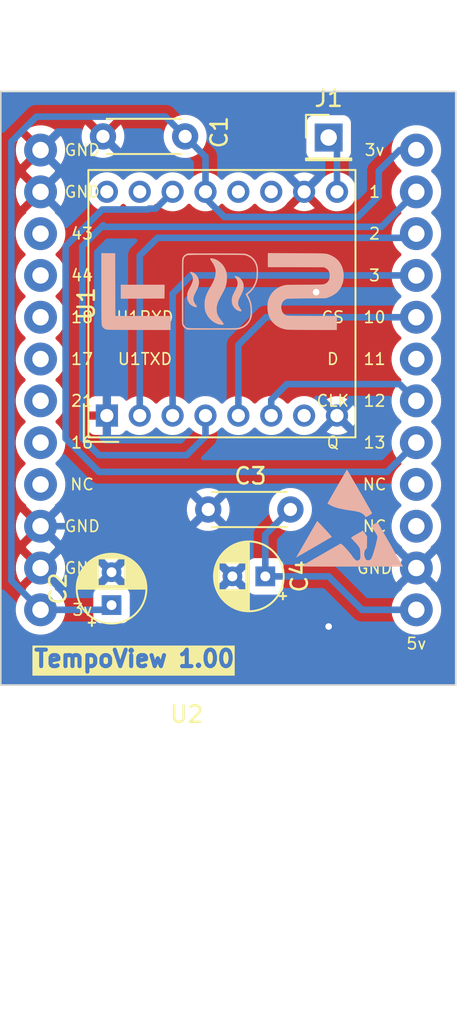
<source format=kicad_pcb>
(kicad_pcb (version 20241229) (generator "pcbnew") (generator_version "9.0")
  (layers (0 "F.Cu" signal) (2 "B.Cu" signal) (13 "F.Paste" user) (15 "B.Paste" user) (5 "F.SilkS" user "F.Silkscreen") (7 "B.SilkS" user "B.Silkscreen") (1 "F.Mask" user) (3 "B.Mask" user) (25 "Edge.Cuts" user))
  (net 0 "")
  (net 1 "+5V")
  (net 2 "GND")
  (net 3 "+3V3")
  (net 5 "SCK")
  (net 6 "DI0")
  (net 7 "MOSI")
  (net 8 "MISO")
  (net 9 "RST")
  (net 10 "SS")
  (net 16 "Net-(J1-Pin_1)")
  (footprint "Capacitor_THT:C_Disc_D4.3mm_W1.9mm_P5.00mm" (layer "F.Cu") (at 171.664 97.536 180)
    (property "Reference" "C3" (at 2.433199 2.032 0) (layer "F.SilkS"))
    (property "Value" "100nF")
    (pad "1" thru_hole circle (at 0 0 180) (size 1.6 1.6) (drill 0.8) (layers "*.Cu" "*.Mask") (net 1 "+5V"))
    (pad "2" thru_hole circle (at 5 0 180) (size 1.6 1.6) (drill 0.8) (layers "*.Cu" "*.Mask") (net 2 "GND"))
  )
  (footprint "T-Display-S3:T-Display-S3" (layer "F.Cu") (at 179.324 108.712)
    (property "Reference" "U2" (at -13.97 1.27 0) (layer "F.SilkS"))
    (property "Value" "T-Display-S3")
    (fp_text user "U1TXD" (at -16.51 -20.32 0) (layer "F.SilkS") (effects (font (size 0.7 0.7) (thickness 0.1))))
    (fp_text user "GND" (at -20.32 -30.48 0) (layer "F.SilkS") (effects (font (size 0.7 0.7) (thickness 0.1))))
    (fp_text user "GND" (at -20.32 -33.02 0) (layer "F.SilkS") (effects (font (size 0.7 0.7) (thickness 0.1))))
    (fp_text user "12" (at -2.54 -17.78 0) (layer "F.SilkS") (effects (font (size 0.7 0.7) (thickness 0.1))))
    (fp_text user "NC" (at -20.334382 -12.7 0) (layer "F.SilkS") (effects (font (size 0.7 0.7) (thickness 0.1))))
    (fp_text user "17" (at -20.334382 -20.32 0) (layer "F.SilkS") (effects (font (size 0.7 0.7) (thickness 0.1))))
    (fp_text user "U1RXD" (at -16.51 -22.86 0) (layer "F.SilkS") (effects (font (size 0.7 0.7) (thickness 0.1))))
    (fp_text user "44" (at -20.334382 -25.4 0) (layer "F.SilkS") (effects (font (size 0.7 0.7) (thickness 0.1))))
    (fp_text user "16" (at -20.334382 -15.24 0) (layer "F.SilkS") (effects (font (size 0.7 0.7) (thickness 0.1))))
    (fp_text user "10" (at -2.54 -22.86 0) (layer "F.SilkS") (effects (font (size 0.7 0.7) (thickness 0.1))))
    (fp_text user "13" (at -2.54 -15.24 0) (layer "F.SilkS") (effects (font (size 0.7 0.7) (thickness 0.1))))
    (fp_text user "43" (at -20.334382 -27.94 0) (layer "F.SilkS") (effects (font (size 0.7 0.7) (thickness 0.1))))
    (fp_text user "3" (at -2.54 -25.4 0) (layer "F.SilkS") (effects (font (size 0.7 0.7) (thickness 0.1))))
    (fp_text user "18" (at -20.334382 -22.86 0) (layer "F.SilkS") (effects (font (size 0.7 0.7) (thickness 0.1))))
    (fp_text user "GND" (at -20.32 -10.16 0) (layer "F.SilkS") (effects (font (size 0.7 0.7) (thickness 0.1))))
    (fp_text user "21" (at -20.334382 -17.78 0) (layer "F.SilkS") (effects (font (size 0.7 0.7) (thickness 0.1))))
    (fp_text user "1" (at -2.54 -30.48 0) (layer "F.SilkS") (effects (font (size 0.7 0.7) (thickness 0.1))))
    (fp_text user "Q" (at -5.08 -15.24 0) (layer "F.SilkS") (effects (font (size 0.7 0.7) (thickness 0.1))))
    (fp_text user "NC" (at -2.54 -12.7 0) (layer "F.SilkS") (effects (font (size 0.7 0.7) (thickness 0.1))))
    (fp_text user "NC" (at -2.54 -10.16 0) (layer "F.SilkS") (effects (font (size 0.7 0.7) (thickness 0.1))))
    (fp_text user "2" (at -2.54 -27.94 0) (layer "F.SilkS") (effects (font (size 0.7 0.7) (thickness 0.1))))
    (fp_text user "3v" (at -2.54 -33.02 0) (layer "F.SilkS") (effects (font (size 0.7 0.7) (thickness 0.1))))
    (fp_text user "GND" (at -2.54 -7.62 0) (layer "F.SilkS") (effects (font (size 0.7 0.7) (thickness 0.1))))
    (fp_text user "3v" (at -20.32 -5.08 0) (layer "F.SilkS") (effects (font (size 0.7 0.7) (thickness 0.1))))
    (fp_text user "CS" (at -5.08 -22.86 0) (layer "F.SilkS") (effects (font (size 0.7 0.7) (thickness 0.1))))
    (fp_text user "D" (at -5.08 -20.32 0) (layer "F.SilkS") (effects (font (size 0.7 0.7) (thickness 0.1))))
    (fp_text user "11" (at -2.54 -20.32 0) (layer "F.SilkS") (effects (font (size 0.7 0.7) (thickness 0.1))))
    (fp_text user "GND" (at -20.32 -7.62 0) (layer "F.SilkS") (effects (font (size 0.7 0.7) (thickness 0.1))))
    (fp_text user "CLK" (at -5.08 -17.78 0) (layer "F.SilkS") (effects (font (size 0.7 0.7) (thickness 0.1))))
    (fp_text user "5v" (at 0 -3.024 0) (layer "F.SilkS") (effects (font (size 0.7 0.7) (thickness 0.1))))
    (pad "1" thru_hole circle (at 0 -33.02) (size 2 2) (drill 1) (layers "*.Cu" "*.Mask") (net 3 "+3V3"))
    (pad "2" thru_hole circle (at 0 -30.48) (size 2 2) (drill 1) (layers "*.Cu" "*.Mask") (net 5 "SCK"))
    (pad "3" thru_hole circle (at 0 -27.94) (size 2 2) (drill 1) (layers "*.Cu" "*.Mask") (net 8 "MISO"))
    (pad "4" thru_hole circle (at 0 -25.4) (size 2 2) (drill 1) (layers "*.Cu" "*.Mask") (net 7 "MOSI"))
    (pad "5" thru_hole circle (at 0 -22.86) (size 2 2) (drill 1) (layers "*.Cu" "*.Mask") (net 10 "SS"))
    (pad "6" thru_hole circle (at 0 -20.32) (size 2 2) (drill 1) (layers "*.Cu" "*.Mask"))
    (pad "7" thru_hole circle (at 0 -17.78) (size 2 2) (drill 1) (layers "*.Cu" "*.Mask") (net 9 "RST"))
    (pad "8" thru_hole circle (at 0 -15.24) (size 2 2) (drill 1) (layers "*.Cu" "*.Mask") (net 6 "DI0"))
    (pad "9" thru_hole circle (at 0 -12.7) (size 2 2) (drill 1) (layers "*.Cu" "*.Mask"))
    (pad "10" thru_hole circle (at 0 -10.16) (size 2 2) (drill 1) (layers "*.Cu" "*.Mask"))
    (pad "11" thru_hole circle (at 0 -7.62) (size 2 2) (drill 1) (layers "*.Cu" "*.Mask") (net 2 "GND"))
    (pad "12" thru_hole circle (at 0 -5.08) (size 2 2) (drill 1) (layers "*.Cu" "*.Mask") (net 1 "+5V"))
    (pad "13" thru_hole circle (at -22.861864 -33.02) (size 2 2) (drill 1) (layers "*.Cu" "*.Mask") (net 2 "GND"))
    (pad "14" thru_hole circle (at -22.861864 -30.48) (size 2 2) (drill 1) (layers "*.Cu" "*.Mask") (net 2 "GND"))
    (pad "15" thru_hole circle (at -22.861864 -27.94) (size 2 2) (drill 1) (layers "*.Cu" "*.Mask"))
    (pad "16" thru_hole circle (at -22.861864 -25.4) (size 2 2) (drill 1) (layers "*.Cu" "*.Mask"))
    (pad "17" thru_hole circle (at -22.861864 -22.86) (size 2 2) (drill 1) (layers "*.Cu" "*.Mask"))
    (pad "18" thru_hole circle (at -22.861864 -20.32) (size 2 2) (drill 1) (layers "*.Cu" "*.Mask"))
    (pad "19" thru_hole circle (at -22.861864 -17.78) (size 2 2) (drill 1) (layers "*.Cu" "*.Mask"))
    (pad "20" thru_hole circle (at -22.861864 -15.24) (size 2 2) (drill 1) (layers "*.Cu" "*.Mask"))
    (pad "21" thru_hole circle (at -22.861864 -12.7) (size 2 2) (drill 1) (layers "*.Cu" "*.Mask"))
    (pad "22" thru_hole circle (at -22.861864 -10.16) (size 2 2) (drill 1) (layers "*.Cu" "*.Mask") (net 2 "GND"))
    (pad "23" thru_hole circle (at -22.861864 -7.62) (size 2 2) (drill 1) (layers "*.Cu" "*.Mask") (net 2 "GND"))
    (pad "24" thru_hole circle (at -22.861864 -5.08) (size 2 2) (drill 1) (layers "*.Cu" "*.Mask") (net 3 "+3V3"))
  )
  (footprint "Capacitor_THT:CP_Radial_D4.0mm_P2.00mm" (layer "F.Cu") (at 160.782 103.346 90)
    (property "Reference" "C2" (at 1 -3.25 90) (layer "F.SilkS"))
    (property "Value" "10uF")
    (pad "1" thru_hole rect (at 0 0 90) (size 1.2 1.2) (drill 0.6) (layers "*.Cu" "*.Mask") (net 3 "+3V3"))
    (pad "2" thru_hole circle (at 2 0 90) (size 1.2 1.2) (drill 0.6) (layers "*.Cu" "*.Mask") (net 2 "GND"))
  )
  (footprint "RF_Module:HOPERF_RFM9XW_THT" (layer "F.Cu") (at 160.496981 91.827 90)
    (property "Reference" "U1" (at 6.8 -1.25 90) (layer "F.SilkS"))
    (property "Value" "RFM95W-868S2")
    (pad "1" thru_hole rect (at 0 0 90) (size 1.35 1.35) (drill 0.8) (layers "*.Cu" "*.Mask") (net 2 "GND"))
    (pad "2" thru_hole circle (at 0 2 90) (size 1.35 1.35) (drill 0.8) (layers "*.Cu" "*.Mask") (net 8 "MISO"))
    (pad "3" thru_hole circle (at 0 4 90) (size 1.35 1.35) (drill 0.8) (layers "*.Cu" "*.Mask") (net 7 "MOSI"))
    (pad "4" thru_hole circle (at 0 6 90) (size 1.35 1.35) (drill 0.8) (layers "*.Cu" "*.Mask") (net 5 "SCK"))
    (pad "5" thru_hole circle (at 0 8 90) (size 1.35 1.35) (drill 0.8) (layers "*.Cu" "*.Mask") (net 10 "SS"))
    (pad "6" thru_hole circle (at 0 10 90) (size 1.35 1.35) (drill 0.8) (layers "*.Cu" "*.Mask") (net 9 "RST"))
    (pad "7" thru_hole circle (at 0 12 90) (size 1.35 1.35) (drill 0.8) (layers "*.Cu" "*.Mask"))
    (pad "8" thru_hole circle (at 0 14 90) (size 1.35 1.35) (drill 0.8) (layers "*.Cu" "*.Mask") (net 2 "GND"))
    (pad "9" thru_hole circle (at 13.6 14 90) (size 1.35 1.35) (drill 0.8) (layers "*.Cu" "*.Mask") (net 16 "Net-(J1-Pin_1)"))
    (pad "10" thru_hole circle (at 13.6 12 90) (size 1.35 1.35) (drill 0.8) (layers "*.Cu" "*.Mask") (net 2 "GND"))
    (pad "11" thru_hole circle (at 13.6 10 90) (size 1.35 1.35) (drill 0.8) (layers "*.Cu" "*.Mask"))
    (pad "12" thru_hole circle (at 13.6 8 90) (size 1.35 1.35) (drill 0.8) (layers "*.Cu" "*.Mask"))
    (pad "13" thru_hole circle (at 13.6 6 90) (size 1.35 1.35) (drill 0.8) (layers "*.Cu" "*.Mask") (net 3 "+3V3"))
    (pad "14" thru_hole circle (at 13.6 4 90) (size 1.35 1.35) (drill 0.8) (layers "*.Cu" "*.Mask") (net 6 "DI0"))
    (pad "15" thru_hole circle (at 13.6 2 90) (size 1.35 1.35) (drill 0.8) (layers "*.Cu" "*.Mask"))
    (pad "16" thru_hole circle (at 13.6 0 90) (size 1.35 1.35) (drill 0.8) (layers "*.Cu" "*.Mask"))
  )
  (footprint "Connector_PinHeader_2.54mm:PinHeader_1x01_P2.54mm_Vertical" (layer "F.Cu") (at 173.99 74.93)
    (property "Reference" "J1" (at 0 -2.38 0) (layer "F.SilkS"))
    (property "Value" "Conn_01x01")
    (pad "1" thru_hole rect (at 0 0) (size 1.7 1.7) (drill 1) (layers "*.Cu" "*.Mask") (net 16 "Net-(J1-Pin_1)"))
  )
  (footprint "Capacitor_THT:CP_Radial_D4.0mm_P2.00mm" (layer "F.Cu") (at 170.1366 101.6 180)
    (property "Reference" "C4" (at -2.075401 0 90) (layer "F.SilkS"))
    (property "Value" "22uF")
    (pad "1" thru_hole rect (at 0 0 180) (size 1.2 1.2) (drill 0.6) (layers "*.Cu" "*.Mask") (net 1 "+5V"))
    (pad "2" thru_hole circle (at 2 0 180) (size 1.2 1.2) (drill 0.6) (layers "*.Cu" "*.Mask") (net 2 "GND"))
  )
  (footprint "Capacitor_THT:C_Disc_D4.3mm_W1.9mm_P5.00mm" (layer "F.Cu") (at 160.2595 74.86279)
    (property "Reference" "C1" (at 7.072 -0.254 90) (layer "F.SilkS"))
    (property "Value" "100nF")
    (pad "1" thru_hole circle (at 0 0) (size 1.6 1.6) (drill 0.8) (layers "*.Cu" "*.Mask") (net 2 "GND"))
    (pad "2" thru_hole circle (at 5 0) (size 1.6 1.6) (drill 0.8) (layers "*.Cu" "*.Mask") (net 3 "+3V3"))
  )
  (footprint "logo:fbs" (layer "B.Cu") (at 167.527382 84.262942)
    (property "Reference" "G***" (hide yes))
    (property "Value" "LOGO" (hide yes))
  )
  (footprint "Symbol:ESD-Logo_6.6x6mm_SilkScreen" (layer "B.Cu") (at 175.26 98.044 180)
    (property "Reference" "REF**" (hide yes))
    (property "Value" "ESD-Logo_6.6x6mm_SilkScreen" (hide yes))
  )
  (gr_rect (start 154.045698 72.134637) (end 181.721896 108.204) (stroke (width 0.1)) (fill no) (layer "Edge.Cuts"))
  (gr_text "TempoView 1.00" (at 155.956 107.188 0) (layer "F.SilkS" knockout) (effects (font (size 1 1) (thickness 0.25) (bold yes)) (justify left bottom)))
  (segment (start 170.1366 101.6) (end 170.1366 99.0634) (width 0.4) (layer "B.Cu") (net 1))
  (segment (start 173.99 101.6) (end 170.1366 101.6) (width 0.4) (layer "B.Cu") (net 1))
  (segment (start 179.324 103.632) (end 176.022 103.632) (width 0.4) (layer "B.Cu") (net 1))
  (segment (start 176.022 103.632) (end 173.99 101.6) (width 0.4) (layer "B.Cu") (net 1))
  (segment (start 170.1366 99.0634) (end 171.664 97.536) (width 0.4) (layer "B.Cu") (net 1))
  (via (at 173.99 104.648) (size 0.8) (drill 0.4) (layers "F.Cu" "B.Cu") (net 2))
  (via (at 173.228 84.328) (size 0.8) (drill 0.4) (layers "F.Cu" "B.Cu") (net 2))
  (segment (start 165.648 98.552) (end 166.664 97.536) (width 0.4) (layer "B.Cu") (net 2))
  (segment (start 156.462136 98.552) (end 165.648 98.552) (width 0.4) (layer "B.Cu") (net 2))
  (segment (start 166.496981 78.227) (end 166.496981 78.612981) (width 0.4) (layer "B.Cu") (net 3))
  (segment (start 154.686 101.855864) (end 156.462136 103.632) (width 0.4) (layer "B.Cu") (net 3))
  (segment (start 175.768 79.756) (end 177.038 78.486) (width 0.4) (layer "B.Cu") (net 3))
  (segment (start 156.462136 103.632) (end 160.496 103.632) (width 0.4) (layer "B.Cu") (net 3))
  (segment (start 166.496981 76.100271) (end 165.2595 74.86279) (width 0.4) (layer "B.Cu") (net 3))
  (segment (start 154.686 75.184) (end 154.686 101.855864) (width 0.4) (layer "B.Cu") (net 3))
  (segment (start 164.0585 73.66179) (end 156.20821 73.66179) (width 0.4) (layer "B.Cu") (net 3))
  (segment (start 165.2595 74.86279) (end 164.0585 73.66179) (width 0.4) (layer "B.Cu") (net 3))
  (segment (start 166.496981 78.227) (end 166.496981 76.100271) (width 0.4) (layer "B.Cu") (net 3))
  (segment (start 167.64 79.756) (end 175.768 79.756) (width 0.4) (layer "B.Cu") (net 3))
  (segment (start 178.308 75.692) (end 179.324 75.692) (width 0.4) (layer "B.Cu") (net 3))
  (segment (start 177.038 76.962) (end 178.308 75.692) (width 0.4) (layer "B.Cu") (net 3))
  (segment (start 177.038 78.486) (end 177.038 76.962) (width 0.4) (layer "B.Cu") (net 3))
  (segment (start 156.20821 73.66179) (end 154.686 75.184) (width 0.4) (layer "B.Cu") (net 3))
  (segment (start 160.496 103.632) (end 160.782 103.346) (width 0.4) (layer "B.Cu") (net 3))
  (segment (start 166.496981 78.612981) (end 167.64 79.756) (width 0.4) (layer "B.Cu") (net 3))
  (segment (start 165.354 94.234) (end 166.496981 93.091019) (width 0.4) (layer "B.Cu") (net 5))
  (segment (start 159.004 81.534) (end 159.004 93.218) (width 0.4) (layer "B.Cu") (net 5))
  (segment (start 160.274 80.264) (end 159.004 81.534) (width 0.4) (layer "B.Cu") (net 5))
  (segment (start 179.324 78.232) (end 177.199 80.357) (width 0.4) (layer "B.Cu") (net 5))
  (segment (start 160.02 94.234) (end 165.354 94.234) (width 0.4) (layer "B.Cu") (net 5))
  (segment (start 159.004 93.218) (end 160.02 94.234) (width 0.4) (layer "B.Cu") (net 5))
  (segment (start 166.496981 93.091019) (end 166.496981 91.827) (width 0.4) (layer "B.Cu") (net 5))
  (segment (start 160.367 80.357) (end 160.274 80.264) (width 0.4) (layer "B.Cu") (net 5))
  (segment (start 177.199 80.357) (end 160.367 80.357) (width 0.4) (layer "B.Cu") (net 5))
  (segment (start 157.988 93.218) (end 160.02 95.25) (width 0.4) (layer "B.Cu") (net 6))
  (segment (start 164.496981 78.227) (end 163.475981 79.248) (width 0.4) (layer "B.Cu") (net 6))
  (segment (start 160.02 95.25) (end 177.546 95.25) (width 0.4) (layer "B.Cu") (net 6))
  (segment (start 163.013 79.303) (end 160.219 79.303) (width 0.4) (layer "B.Cu") (net 6))
  (segment (start 160.219 79.303) (end 157.988 81.534) (width 0.4) (layer "B.Cu") (net 6))
  (segment (start 177.546 95.25) (end 179.324 93.472) (width 0.4) (layer "B.Cu") (net 6))
  (segment (start 163.068 79.248) (end 163.013 79.303) (width 0.4) (layer "B.Cu") (net 6))
  (segment (start 157.988 81.534) (end 157.988 93.218) (width 0.4) (layer "B.Cu") (net 6))
  (segment (start 163.475981 79.248) (end 163.068 79.248) (width 0.4) (layer "B.Cu") (net 6))
  (segment (start 164.496981 91.827) (end 164.496981 84.423019) (width 0.4) (layer "B.Cu") (net 7))
  (segment (start 164.496981 84.423019) (end 165.608 83.312) (width 0.4) (layer "B.Cu") (net 7))
  (segment (start 165.608 83.312) (end 179.324 83.312) (width 0.4) (layer "B.Cu") (net 7))
  (segment (start 179.324 80.772) (end 179.07 81.026) (width 0.4) (layer "B.Cu") (net 8))
  (segment (start 162.496981 82.105019) (end 162.496981 91.827) (width 0.4) (layer "B.Cu") (net 8))
  (segment (start 163.576 81.026) (end 162.496981 82.105019) (width 0.4) (layer "B.Cu") (net 8))
  (segment (start 179.07 81.026) (end 163.576 81.026) (width 0.4) (layer "B.Cu") (net 8))
  (segment (start 170.496981 90.869019) (end 171.45 89.916) (width 0.4) (layer "B.Cu") (net 9))
  (segment (start 170.496981 91.827) (end 170.496981 90.869019) (width 0.4) (layer "B.Cu") (net 9))
  (segment (start 178.308 89.916) (end 179.324 90.932) (width 0.4) (layer "B.Cu") (net 9))
  (segment (start 171.45 89.916) (end 178.308 89.916) (width 0.4) (layer "B.Cu") (net 9))
  (segment (start 168.496981 87.535019) (end 170.18 85.852) (width 0.4) (layer "B.Cu") (net 10))
  (segment (start 168.496981 91.827) (end 168.496981 87.535019) (width 0.4) (layer "B.Cu") (net 10))
  (segment (start 170.18 85.852) (end 179.324 85.852) (width 0.4) (layer "B.Cu") (net 10))
  (segment (start 174.496981 75.436981) (end 173.99 74.93) (width 0.4) (layer "B.Cu") (net 16))
  (segment (start 174.496981 78.227) (end 174.496981 75.436981) (width 0.4) (layer "B.Cu") (net 16))
  (zone (net 2) (net_name "GND") (layers "F.Cu" "B.Cu") (connect_pads (clearance 0.508)) (min_thickness 0.25) (fill yes (thermal_gap 0.5) (thermal_bridge_width 0.5))
    (polygon (pts (xy 154.045698 72.040078) (xy 181.864824 72.040078) (xy 181.864824 108.204) (xy 154.045698 108.204)))
  )
)
</source>
